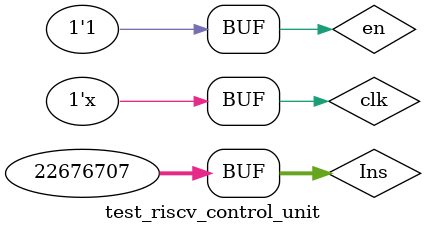
<source format=v>
`timescale 1ns / 1ps


module test_riscv_control_unit();

    // Inputs
    reg [31:0] Ins;
    reg clk;
    reg en;
    // Outputs
    wire Branch;
    wire MemRead;
    wire MemtoReg;
    wire [3:0] alu_control;
    wire MemWrite;
    wire Is_Imm;
    wire RegWrite;
    
    
    // Instantiate the Unit Under Test (UUT)
    control_unit  uut(        
        .Ins(Ins),
        .clk(clk),
        .en(en),
        .Branch(Branch),
        .MemRead(MemRead),
        .MemtoReg(MemtoReg),
        .alu_control(alu_control),
        .MemWrite(MemWrite),
        .Is_Imm(Is_Imm),
        .RegWrite(RegWrite)
    );

    // Initialize Inputs
    initial begin
    clk = 1'b0;
    end
    always #1 clk=~clk;
    
    initial begin
    Ins=0;
    en =1'b0;
    #2
    en =1'b1;
    Ins = 32'b0100_0001_0101_1010_0000_0100_1011_0011;
    #16
    Ins = 32'b0000_0001_0101_1010_0000_0100_1001_0011;
    #5
    Ins = 32'b0100_0001_0101_1010_0000_0100_1011_0011;
    #1
    Ins = 32'b0000_0001_0101_1010_0001_0100_1011_0011;
    #10
    Ins = 32'b0000_0001_0101_1010_0001_0000_1011_0011;
    #16
    Ins = 32'b0000_0001_0101_1010_0001_0100_1010_0011;
    #16
    Ins = 32'b0000_0001_0101_1010_0000_0100_1110_0011;
    end


endmodule
</source>
